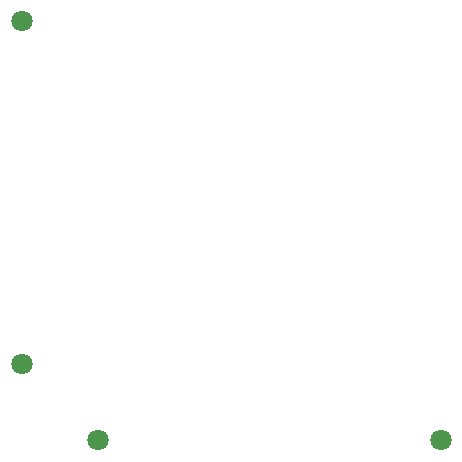
<source format=gbs>
G04 start of page 7 for group -4062 idx -4062 *
G04 Title: 01.005.00.01.01, soldermask *
G04 Creator: pcb 4.2.0 *
G04 CreationDate: Sat Aug 10 16:27:17 2019 UTC *
G04 For: bert *
G04 Format: Gerber/RS-274X *
G04 PCB-Dimensions (mil): 2047.24 2047.24 *
G04 PCB-Coordinate-Origin: lower left *
%MOIN*%
%FSLAX25Y25*%
%LNGBS*%
%ADD20C,0.0710*%
G54D20*X25591Y165354D03*
Y51181D03*
X51181Y25591D03*
X165354D03*
M02*

</source>
